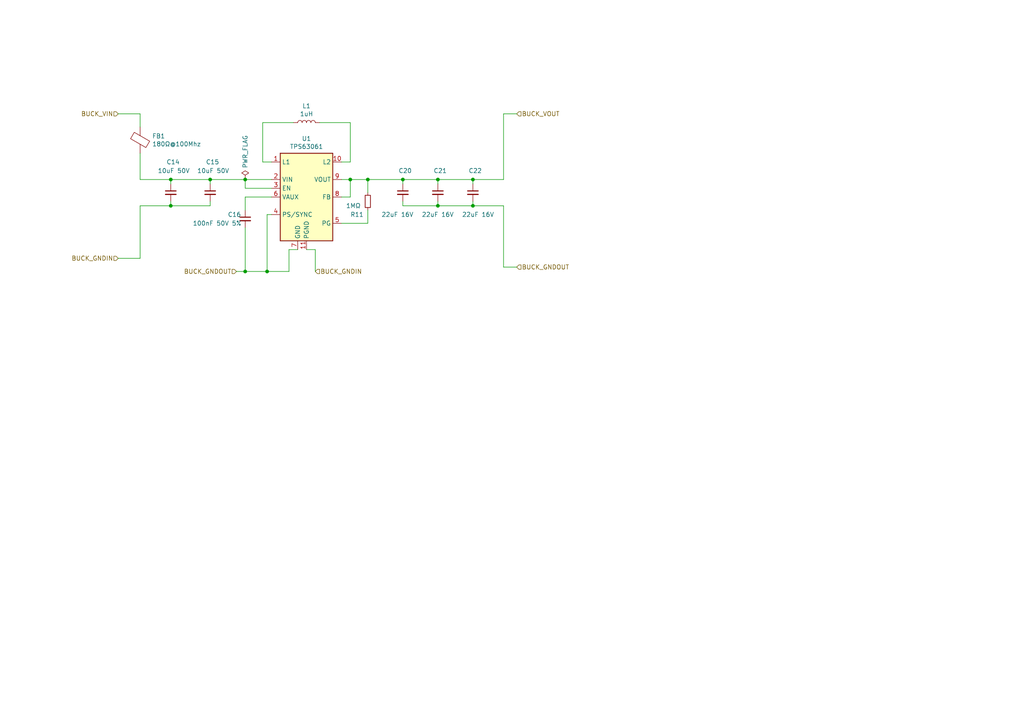
<source format=kicad_sch>
(kicad_sch (version 20211123) (generator eeschema)
  (paper "A4")
  (lib_symbols
    (symbol "Device:C_Small" (pin_numbers hide) (pin_names (offset 0.254) hide)
      (property "Reference" "C" (at 0.254 1.778 0))
      (property "Value" "C_Small" (at 0.254 -2.032 0))
      (symbol "C_Small_0_1"
        (polyline (pts (xy -1.524 -0.508) (xy 1.524 -0.508)) (stroke (width 0.3302)))
        (polyline (pts (xy -1.524 0.508) (xy 1.524 0.508)) (stroke (width 0.3048)))
      )
      (symbol "C_Small_1_1"
        (pin passive line (at 0 2.54 270) (length 2.032) (name "~") (number "1"))
        (pin passive line (at 0 -2.54 90) (length 2.032) (name "~") (number "2"))
      )
    )
    (symbol "Device:Ferrite_Bead" (pin_numbers hide) (pin_names (offset 0))
      (property "Reference" "FB" (at -3.81 0.635 90))
      (property "Value" "Device_Ferrite_Bead" (at 3.81 0 90))
      (symbol "Ferrite_Bead_0_1"
        (polyline (pts (xy 0 -1.27) (xy 0 -1.2192)))
        (polyline (pts (xy 0 1.27) (xy 0 1.2954)))
        (polyline (pts (xy -2.7686 0.4064) (xy -1.7018 2.2606) (xy 2.7686 -0.3048) (xy 1.6764 -2.159) (xy -2.7686 0.4064)))
      )
      (symbol "Ferrite_Bead_1_1"
        (pin passive line (at 0 3.81 270) (length 2.54) (name "~") (number "1"))
        (pin passive line (at 0 -3.81 90) (length 2.54) (name "~") (number "2"))
      )
    )
    (symbol "Device:L" (pin_numbers hide) (pin_names (offset 1.016) hide)
      (property "Reference" "L" (at -1.27 0 90))
      (property "Value" "L" (at 1.905 0 90))
      (symbol "L_0_1"
        (arc (start 0 -2.54) (mid 0.635 -1.905) (end 0 -1.27))
        (arc (start 0 -1.27) (mid 0.635 -0.635) (end 0 0))
        (arc (start 0 0) (mid 0.635 0.635) (end 0 1.27))
        (arc (start 0 1.27) (mid 0.635 1.905) (end 0 2.54))
      )
      (symbol "L_1_1"
        (pin passive line (at 0 3.81 270) (length 1.27) (name "1") (number "1"))
        (pin passive line (at 0 -3.81 90) (length 1.27) (name "2") (number "2"))
      )
    )
    (symbol "Device:R_Small" (pin_numbers hide) (pin_names (offset 0.254) hide)
      (property "Reference" "R" (at 0.762 0.508 0))
      (property "Value" "R_Small" (at 0.762 -1.016 0))
      (symbol "R_Small_0_1"
        (rectangle (start -0.762 1.778) (end 0.762 -1.778) (stroke (width 0.2032)))
      )
      (symbol "R_Small_1_1"
        (pin passive line (at 0 2.54 270) (length 0.762) (name "~") (number "1"))
        (pin passive line (at 0 -2.54 90) (length 0.762) (name "~") (number "2"))
      )
    )
    (symbol "power:PWR_FLAG" (power) (pin_numbers hide) (pin_names (offset 0) hide)
      (property "Value" "PWR_FLAG" (at 0 3.81 0))
      (symbol "PWR_FLAG_0_0"
        (pin power_out line (at 0 0 90) (length 0) (name "pwr") (number "1"))
      )
      (symbol "PWR_FLAG_0_1"
        (polyline (pts (xy 0 0) (xy 0 1.27) (xy -1.016 1.905) (xy 0 2.54) (xy 1.016 1.905) (xy 0 1.27)))
      )
    )
    (symbol "runger:TPS63061"
      (property "Reference" "U" (at -7.62 13.97 0))
      (property "Value" "runger_TPS63061" (at 2.54 13.97 0))
      (symbol "TPS63061_0_1"
        (rectangle (start -7.62 12.7) (end 7.62 -12.7) (stroke (width 0.254)) (fill (type background)))
      )
      (symbol "TPS63061_1_1"
        (pin input line (at -10.16 10.16 0) (length 2.54) (name "L1") (number "1"))
        (pin input line (at 10.16 10.16 180) (length 2.54) (name "L2") (number "10"))
        (pin power_in line (at 0 -15.24 90) (length 2.54) (name "PGND") (number "11"))
        (pin power_in line (at -10.16 5.08 0) (length 2.54) (name "VIN") (number "2"))
        (pin input line (at -10.16 2.54 0) (length 2.54) (name "EN") (number "3"))
        (pin input line (at -10.16 -5.08 0) (length 2.54) (name "PS/SYNC") (number "4"))
        (pin output line (at 10.16 -7.62 180) (length 2.54) (name "PG") (number "5"))
        (pin passive line (at -10.16 0 0) (length 2.54) (name "VAUX") (number "6"))
        (pin power_in line (at -2.54 -15.24 90) (length 2.54) (name "GND") (number "7"))
        (pin input line (at 10.16 0 180) (length 2.54) (name "FB") (number "8"))
        (pin power_out line (at 10.16 5.08 180) (length 2.54) (name "VOUT") (number "9"))
      )
    )
  )
  (junction (at 127 52.07))
  (junction (at 106.68 52.07))
  (junction (at 71.12 52.07))
  (junction (at 49.53 52.07))
  (junction (at 49.53 59.69))
  (junction (at 71.12 78.74))
  (junction (at 116.84 52.07))
  (junction (at 137.16 52.07))
  (junction (at 60.96 52.07))
  (junction (at 127 59.69))
  (junction (at 101.6 52.07))
  (junction (at 77.47 78.74))
  (junction (at 137.16 59.69))
  (wire (pts (xy 40.64 52.07) (xy 49.53 52.07)))
  (wire (pts (xy 137.16 59.69) (xy 146.05 59.69)))
  (wire (pts (xy 101.6 57.15) (xy 101.6 52.07)))
  (wire (pts (xy 77.47 78.74) (xy 83.82 78.74)))
  (wire (pts (xy 106.68 52.07) (xy 116.84 52.07)))
  (wire (pts (xy 149.86 33.02) (xy 146.05 33.02)))
  (wire (pts (xy 91.44 72.39) (xy 91.44 78.74)))
  (wire (pts (xy 77.47 62.23) (xy 77.47 78.74)))
  (wire (pts (xy 60.96 52.07) (xy 71.12 52.07)))
  (wire (pts (xy 49.53 52.07) (xy 60.96 52.07)))
  (wire (pts (xy 49.53 52.07) (xy 49.53 53.34)))
  (wire (pts (xy 60.96 59.69) (xy 60.96 58.42)))
  (wire (pts (xy 101.6 46.99) (xy 101.6 35.56)))
  (wire (pts (xy 106.68 52.07) (xy 106.68 55.88)))
  (wire (pts (xy 71.12 66.04) (xy 71.12 78.74)))
  (wire (pts (xy 40.64 59.69) (xy 40.64 74.93)))
  (wire (pts (xy 99.06 57.15) (xy 101.6 57.15)))
  (wire (pts (xy 99.06 46.99) (xy 101.6 46.99)))
  (wire (pts (xy 137.16 52.07) (xy 146.05 52.07)))
  (wire (pts (xy 116.84 52.07) (xy 127 52.07)))
  (wire (pts (xy 34.29 74.93) (xy 40.64 74.93)))
  (wire (pts (xy 60.96 53.34) (xy 60.96 52.07)))
  (wire (pts (xy 88.9 72.39) (xy 91.44 72.39)))
  (wire (pts (xy 116.84 58.42) (xy 116.84 59.69)))
  (wire (pts (xy 78.74 57.15) (xy 71.12 57.15)))
  (wire (pts (xy 71.12 78.74) (xy 77.47 78.74)))
  (wire (pts (xy 101.6 35.56) (xy 92.71 35.56)))
  (wire (pts (xy 127 59.69) (xy 127 58.42)))
  (wire (pts (xy 146.05 59.69) (xy 146.05 77.47)))
  (wire (pts (xy 86.36 72.39) (xy 83.82 72.39)))
  (wire (pts (xy 149.86 77.47) (xy 146.05 77.47)))
  (wire (pts (xy 137.16 52.07) (xy 137.16 53.34)))
  (wire (pts (xy 71.12 57.15) (xy 71.12 60.96)))
  (wire (pts (xy 99.06 64.77) (xy 106.68 64.77)))
  (wire (pts (xy 85.09 35.56) (xy 76.2 35.56)))
  (wire (pts (xy 101.6 52.07) (xy 106.68 52.07)))
  (wire (pts (xy 146.05 33.02) (xy 146.05 52.07)))
  (wire (pts (xy 78.74 62.23) (xy 77.47 62.23)))
  (wire (pts (xy 137.16 58.42) (xy 137.16 59.69)))
  (wire (pts (xy 106.68 60.96) (xy 106.68 64.77)))
  (wire (pts (xy 40.64 59.69) (xy 49.53 59.69)))
  (wire (pts (xy 78.74 52.07) (xy 71.12 52.07)))
  (wire (pts (xy 49.53 58.42) (xy 49.53 59.69)))
  (wire (pts (xy 71.12 52.07) (xy 71.12 54.61)))
  (wire (pts (xy 116.84 52.07) (xy 116.84 53.34)))
  (wire (pts (xy 76.2 46.99) (xy 78.74 46.99)))
  (wire (pts (xy 40.64 33.02) (xy 40.64 36.83)))
  (wire (pts (xy 127 59.69) (xy 137.16 59.69)))
  (wire (pts (xy 101.6 52.07) (xy 99.06 52.07)))
  (wire (pts (xy 68.58 78.74) (xy 71.12 78.74)))
  (wire (pts (xy 127 52.07) (xy 137.16 52.07)))
  (wire (pts (xy 127 53.34) (xy 127 52.07)))
  (wire (pts (xy 40.64 52.07) (xy 40.64 44.45)))
  (wire (pts (xy 83.82 72.39) (xy 83.82 78.74)))
  (wire (pts (xy 34.29 33.02) (xy 40.64 33.02)))
  (wire (pts (xy 116.84 59.69) (xy 127 59.69)))
  (wire (pts (xy 71.12 54.61) (xy 78.74 54.61)))
  (wire (pts (xy 49.53 59.69) (xy 60.96 59.69)))
  (wire (pts (xy 76.2 35.56) (xy 76.2 46.99)))
  (hierarchical_label "BUCK_VIN" (shape input) (at 34.29 33.02 180))
  (hierarchical_label "BUCK_GNDIN" (shape input) (at 34.29 74.93 180))
  (hierarchical_label "BUCK_GNDOUT" (shape input) (at 68.58 78.74 180))
  (hierarchical_label "BUCK_GNDOUT" (shape input) (at 149.86 77.47 0))
  (hierarchical_label "BUCK_VOUT" (shape input) (at 149.86 33.02 0))
  (hierarchical_label "BUCK_GNDIN" (shape input) (at 91.44 78.74 0))
  (symbol (lib_id "Device:L") (at 88.9 35.56 90) (unit 1)
    (property "Reference" "L1" (at 88.9 30.734 90))
    (property "Value" "1uH" (at 88.9 33.0454 90))
    (property "Footprint" "Inductor_SMD:L_Coilcraft_XxL4020" (effects hide))
    (property "Val" "1uH 9mΩ Coilcraft XGL4020 or equivalent" (effects hide))
    (property "Manu" "Coilcraft" (effects hide))
    (property "Part" "XGL4020-102MEC" (effects hide))
  )
  (symbol (lib_id "runger:TPS63061") (at 88.9 57.15 0) (unit 1)
    (property "Reference" "U1" (at 88.9 40.2082 0))
    (property "Value" "TPS63061" (at 88.9 42.5196 0))
    (property "Footprint" "Package_SON:Texas_S-PWSON-N10_ThermalVias" (effects hide))
    (property "Datasheet" "http://www.ti.com/lit/ds/symlink/tps63060.pdf" (effects hide))
    (property "Manu" "TI" (effects hide))
    (property "Part" "TPS63061" (effects hide))
  )
  (symbol (lib_id "Device:C_Small") (at 127 55.88 0) (unit 1)
    (property "Reference" "C21" (at 125.73 49.53 0) (effects (justify left)))
    (property "Value" "22uF 16V" (at 122.301 62.23 0) (effects (justify left)))
    (property "Footprint" "Capacitor_SMD:C_0603_1608Metric" (effects hide))
    (property "Val" "22uF 16V 0603 X5R Ceramic" (effects hide))
    (property "Manu" "Samsung" (effects hide))
    (property "Part" "CL10A226MO7JZNC" (effects hide))
  )
  (symbol (lib_id "Device:Ferrite_Bead") (at 40.64 40.64 0) (unit 1)
    (property "Reference" "FB1" (at 44.1198 39.4716 0) (effects (justify left)))
    (property "Value" "180Ω@100Mhz" (at 44.1198 41.783 0) (effects (justify left)))
    (property "Footprint" "Inductor_SMD:L_0805_2012Metric" (effects hide))
    (property "Manu" "Murata" (effects hide))
    (property "Part" "BLM21SP181SZ1D" (effects hide))
  )
  (symbol (lib_id "Device:C_Small") (at 60.96 55.88 0) (unit 1)
    (property "Reference" "C15" (at 59.69 46.99 0) (effects (justify left)))
    (property "Value" "10uF 50V" (at 57.15 49.53 0) (effects (justify left)))
    (property "Footprint" "Capacitor_SMD:C_0805_2012Metric" (effects hide))
    (property "Val" "10uF 50V 0805 X5R Ceramic" (effects hide))
    (property "Manu" "Murata" (effects hide))
    (property "Part" "GRM21BR61H106KE43L" (effects hide))
  )
  (symbol (lib_id "Device:C_Small") (at 137.16 55.88 0) (unit 1)
    (property "Reference" "C22" (at 135.89 49.53 0) (effects (justify left)))
    (property "Value" "22uF 16V" (at 133.985 62.23 0) (effects (justify left)))
    (property "Footprint" "Capacitor_SMD:C_0603_1608Metric" (effects hide))
    (property "Val" "22uF 16V 0603 X5R Ceramic" (effects hide))
    (property "Manu" "Samsung" (effects hide))
    (property "Part" "CL10A226MO7JZNC" (effects hide))
  )
  (symbol (lib_id "Device:R_Small") (at 106.68 58.42 180) (unit 1)
    (property "Reference" "R11" (at 101.6 62.23 0) (effects (justify right)))
    (property "Value" "1MΩ" (at 100.33 59.69 0) (effects (justify right)))
    (property "Footprint" "Resistor_SMD:R_0402_1005Metric" (effects hide))
  )
  (symbol (lib_id "Device:C_Small") (at 49.53 55.88 0) (unit 1)
    (property "Reference" "C14" (at 48.26 46.99 0) (effects (justify left)))
    (property "Value" "10uF 50V" (at 45.72 49.53 0) (effects (justify left)))
    (property "Footprint" "Capacitor_SMD:C_0805_2012Metric" (effects hide))
    (property "Val" "10uF 50V 0805 X5R Ceramic" (effects hide))
    (property "Manu" "Murata" (effects hide))
    (property "Part" "GRM21BR61H106KE43L" (effects hide))
  )
  (symbol (lib_id "power:PWR_FLAG") (at 71.12 52.07 0) (unit 1)
    (property "Reference" "#FLG01" (effects hide))
    (property "Value" "PWR_FLAG" (at 71.12 48.8188 90) (effects (justify left)))
  )
  (symbol (lib_id "Device:C_Small") (at 71.12 63.5 0) (unit 1)
    (property "Reference" "C16" (at 66.04 62.23 0) (effects (justify left)))
    (property "Value" "100nF 50V 5%" (at 55.88 64.77 0) (effects (justify left)))
    (property "Footprint" "Capacitor_SMD:C_0402_1005Metric" (effects hide))
    (property "Val" "100nF 50V 0402 X7S Ceramic" (effects hide))
    (property "Manu" "Murata" (effects hide))
    (property "Part" "GRM155C71H104JE19D" (effects hide))
  )
  (symbol (lib_id "Device:C_Small") (at 116.84 55.88 0) (unit 1)
    (property "Reference" "C20" (at 115.57 49.53 0) (effects (justify left)))
    (property "Value" "22uF 16V" (at 110.617 62.23 0) (effects (justify left)))
    (property "Footprint" "Capacitor_SMD:C_0603_1608Metric" (effects hide))
    (property "Val" "22uF 16V 0603 X5R Ceramic" (effects hide))
    (property "Manu" "Samsung" (effects hide))
    (property "Part" "CL10A226MO7JZNC" (effects hide))
  )
)
</source>
